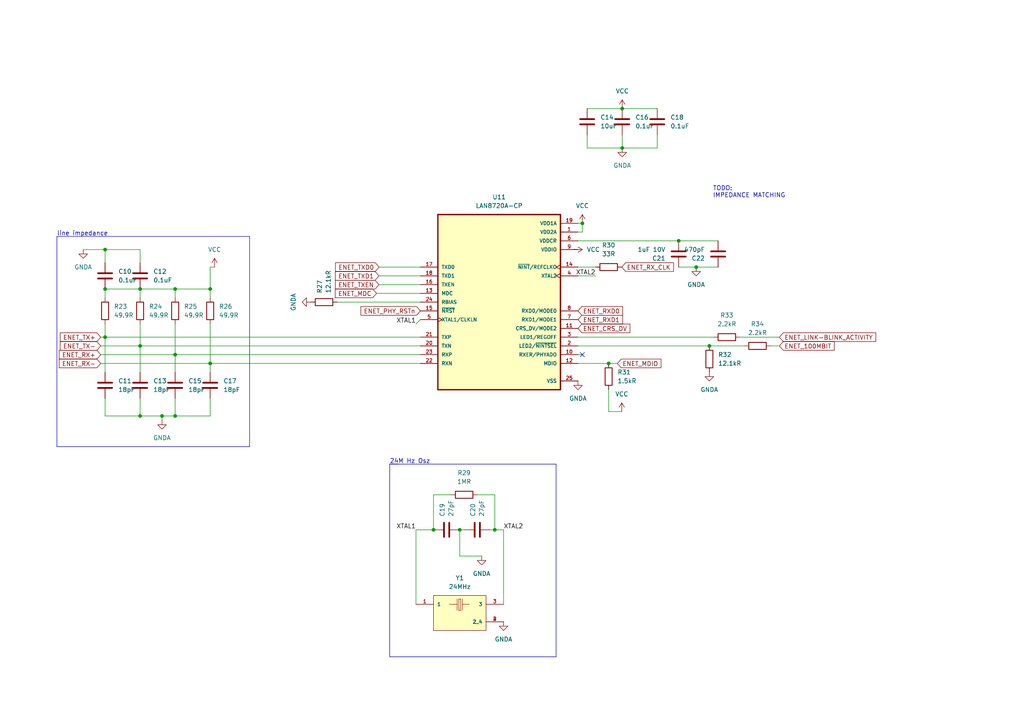
<source format=kicad_sch>
(kicad_sch (version 20230121) (generator eeschema)
  (paper "A4")
  (title_block (title "Ethernet PHY"))
  (lib_symbols
    (symbol "403C35D24M00000:403C35D24M00000" (pin_names (offset 1.016))
      (property "Reference" "Y" (at -7.62 5.08 0))
      (property "Value" "403C35D24M00000" (at -7.62 -7.62 0))
      (symbol "403C35D24M00000_0_0"
        (rectangle (start -7.62 -5.08) (end 7.62 5.08) (stroke (width 0.1524)) (fill (type background)))
        (polyline (pts (xy -0.762 2.54) (xy -3.048 2.54)) (stroke (width 0.127)))
        (polyline (pts (xy -0.762 2.54) (xy -0.762 0.762)) (stroke (width 0.127)))
        (polyline (pts (xy -0.762 4.064) (xy -0.762 2.54)) (stroke (width 0.127)))
        (polyline (pts (xy -0.254 0.762) (xy -0.254 4.064)) (stroke (width 0.127)))
        (polyline (pts (xy -0.254 4.064) (xy 0.254 4.064)) (stroke (width 0.127)))
        (polyline (pts (xy 0.254 0.762) (xy -0.254 0.762)) (stroke (width 0.127)))
        (polyline (pts (xy 0.254 4.064) (xy 0.254 0.762)) (stroke (width 0.127)))
        (polyline (pts (xy 0.762 2.54) (xy 0.762 0.762)) (stroke (width 0.127)))
        (polyline (pts (xy 0.762 2.54) (xy 2.794 2.54)) (stroke (width 0.127)))
        (polyline (pts (xy 0.762 4.064) (xy 0.762 2.54)) (stroke (width 0.127)))
        (pin passive line (at -12.7 2.54 0) (length 5.08) (name "1") (number "1"))
        (pin passive line (at 12.7 -2.54 180) (length 5.08) (name "2_4") (number "2"))
        (pin passive line (at 12.7 2.54 180) (length 5.08) (name "3") (number "3"))
        (pin passive line (at 12.7 -2.54 180) (length 5.08) (name "2_4") (number "4"))
      )
    )
    (symbol "Device:C" (pin_numbers hide) (pin_names (offset 0.254))
      (property "Reference" "C" (at 0.635 2.54 0))
      (property "Value" "C" (at 0.635 -2.54 0))
      (symbol "C_0_1"
        (polyline (pts (xy -2.032 -0.762) (xy 2.032 -0.762)) (stroke (width 0.508)))
        (polyline (pts (xy -2.032 0.762) (xy 2.032 0.762)) (stroke (width 0.508)))
      )
      (symbol "C_1_1"
        (pin passive line (at 0 3.81 270) (length 2.794) (name "~") (number "1"))
        (pin passive line (at 0 -3.81 90) (length 2.794) (name "~") (number "2"))
      )
    )
    (symbol "Device:R" (pin_numbers hide) (pin_names (offset 0))
      (property "Reference" "R" (at 2.032 0 90))
      (property "Value" "R" (at 0 0 90))
      (symbol "R_0_1"
        (rectangle (start -1.016 -2.54) (end 1.016 2.54) (stroke (width 0.254)))
      )
      (symbol "R_1_1"
        (pin passive line (at 0 3.81 270) (length 1.27) (name "~") (number "1"))
        (pin passive line (at 0 -3.81 90) (length 1.27) (name "~") (number "2"))
      )
    )
    (symbol "LAN8720A-CP:LAN8720A-CP" (pin_names (offset 1.016))
      (property "Reference" "U11" (at 0 30.48 0))
      (property "Value" "LAN8720A-CP" (at 0 27.94 0))
      (symbol "LAN8720A-CP_0_0"
        (rectangle (start -17.78 -25.4) (end 17.78 25.4) (stroke (width 0.4064)) (fill (type background)))
        (pin power_in line (at 22.86 20.32 180) (length 5.08) (name "VDD2A") (number "1"))
        (pin bidirectional line (at 22.86 -15.24 180) (length 5.08) (name "RXER/PHYADO") (number "10"))
        (pin bidirectional line (at 22.86 -7.62 180) (length 5.08) (name "CRS_DV/MODE2") (number "11"))
        (pin bidirectional line (at 22.86 -17.78 180) (length 5.08) (name "MDIO") (number "12"))
        (pin input line (at -22.86 2.54 0) (length 5.08) (name "MDC") (number "13"))
        (pin output clock (at 22.86 10.16 180) (length 5.08) (name "~{NINT}/REFCLKO") (number "14"))
        (pin input line (at -22.86 -2.54 0) (length 5.08) (name "~{NRST}") (number "15"))
        (pin input line (at -22.86 5.08 0) (length 5.08) (name "TXEN") (number "16"))
        (pin input line (at -22.86 10.16 0) (length 5.08) (name "TXD0") (number "17"))
        (pin input line (at -22.86 7.62 0) (length 5.08) (name "TXD1") (number "18"))
        (pin power_in line (at 22.86 22.86 180) (length 5.08) (name "VDD1A") (number "19"))
        (pin bidirectional line (at 22.86 -12.7 180) (length 5.08) (name "LED2/~{NINTSEL}") (number "2"))
        (pin bidirectional line (at -22.86 -12.7 0) (length 5.08) (name "TXN") (number "20"))
        (pin bidirectional line (at -22.86 -10.16 0) (length 5.08) (name "TXP") (number "21"))
        (pin bidirectional line (at -22.86 -17.78 0) (length 5.08) (name "RXN") (number "22"))
        (pin bidirectional line (at -22.86 -15.24 0) (length 5.08) (name "RXP") (number "23"))
        (pin input line (at -22.86 0 0) (length 5.08) (name "RBIAS") (number "24"))
        (pin power_in line (at 22.86 -22.86 180) (length 5.08) (name "VSS") (number "25"))
        (pin bidirectional line (at 22.86 -10.16 180) (length 5.08) (name "LED1/REGOFF") (number "3"))
        (pin output clock (at 22.86 7.62 180) (length 5.08) (name "XTAL2") (number "4"))
        (pin input clock (at -22.86 -5.08 0) (length 5.08) (name "XTAL1/CLKLN") (number "5"))
        (pin passive line (at 22.86 17.78 180) (length 5.08) (name "VDDCR") (number "6"))
        (pin bidirectional line (at 22.86 -5.08 180) (length 5.08) (name "RXD1/MODE1") (number "7"))
        (pin bidirectional line (at 22.86 -2.54 180) (length 5.08) (name "RXD0/MODE0") (number "8"))
        (pin power_in line (at 22.86 15.24 180) (length 5.08) (name "VDDIO") (number "9"))
      )
    )
    (symbol "power:GNDA" (power) (pin_names (offset 0))
      (property "Value" "GNDA" (at 0 -3.81 0))
      (symbol "GNDA_0_1"
        (polyline (pts (xy 0 0) (xy 0 -1.27) (xy 1.27 -1.27) (xy 0 -2.54) (xy -1.27 -1.27) (xy 0 -1.27)))
      )
      (symbol "GNDA_1_1"
        (pin power_in line (at 0 0 270) (length 0) hide (name "GNDA") (number "1"))
      )
    )
    (symbol "power:VCC" (power) (pin_names (offset 0))
      (property "Value" "VCC" (at 0 3.81 0))
      (symbol "VCC_0_1"
        (polyline (pts (xy -0.762 1.27) (xy 0 2.54)))
        (polyline (pts (xy 0 0) (xy 0 2.54)))
        (polyline (pts (xy 0 2.54) (xy 0.762 1.27)))
      )
      (symbol "VCC_1_1"
        (pin power_in line (at 0 0 90) (length 0) hide (name "VCC") (number "1"))
      )
    )
  )
  (junction (at 133.35 153.67))
  (junction (at 168.91 64.77))
  (junction (at 60.96 83.82))
  (junction (at 30.48 72.39))
  (junction (at 196.85 69.85))
  (junction (at 125.73 153.67))
  (junction (at 205.74 100.33))
  (junction (at 50.8 120.65))
  (junction (at 40.64 120.65))
  (junction (at 201.93 77.47))
  (junction (at 46.99 120.65))
  (junction (at 50.8 83.82))
  (junction (at 176.53 105.41))
  (junction (at 180.467 42.926))
  (junction (at 60.96 105.41))
  (junction (at 50.8 102.87))
  (junction (at 143.51 153.67))
  (junction (at 40.64 100.33))
  (junction (at 180.467 31.496))
  (junction (at 40.64 83.82))
  (junction (at 30.48 97.79))
  (junction (at 30.48 83.82))
  (no_connect (at 168.91 102.87))
  (wire (pts (xy 167.64 77.47) (xy 172.72 77.47)))
  (wire (pts (xy 143.51 153.67) (xy 142.24 153.67)))
  (wire (pts (xy 50.8 115.57) (xy 50.8 120.65)))
  (wire (pts (xy 60.96 83.82) (xy 60.96 77.47)))
  (wire (pts (xy 133.35 161.29) (xy 139.7 161.29)))
  (wire (pts (xy 180.34 119.38) (xy 176.53 119.38)))
  (wire (pts (xy 109.9581 77.4657) (xy 121.92 77.47)))
  (wire (pts (xy 121.92 102.87) (xy 50.8 102.87)))
  (wire (pts (xy 168.91 102.87) (xy 167.64 102.87)))
  (wire (pts (xy 60.96 77.47) (xy 62.23 77.47)))
  (wire (pts (xy 143.51 153.67) (xy 146.05 153.67)))
  (polyline (pts (xy 161.29 134.62) (xy 161.29 190.5)))
  (wire (pts (xy 121.92 100.33) (xy 40.64 100.33)))
  (wire (pts (xy 208.28 77.47) (xy 201.93 77.47)))
  (wire (pts (xy 30.48 120.65) (xy 40.64 120.65)))
  (wire (pts (xy 167.64 67.31) (xy 168.91 67.31)))
  (wire (pts (xy 60.96 83.82) (xy 50.8 83.82)))
  (wire (pts (xy 24.13 72.39) (xy 30.48 72.39)))
  (wire (pts (xy 50.8 102.87) (xy 50.8 107.95)))
  (wire (pts (xy 120.65 175.26) (xy 120.65 153.67)))
  (wire (pts (xy 214.63 97.79) (xy 226.06 97.79)))
  (wire (pts (xy 50.8 102.87) (xy 50.8 93.98)))
  (wire (pts (xy 223.52 100.33) (xy 226.06 100.33)))
  (wire (pts (xy 180.467 39.116) (xy 180.467 42.926)))
  (wire (pts (xy 30.48 97.79) (xy 30.48 107.95)))
  (wire (pts (xy 30.48 72.39) (xy 30.48 76.2)))
  (wire (pts (xy 40.64 72.39) (xy 40.64 76.2)))
  (wire (pts (xy 60.96 105.41) (xy 121.92 105.41)))
  (wire (pts (xy 170.307 42.926) (xy 170.307 39.116)))
  (wire (pts (xy 166.37 72.39) (xy 167.64 72.39)))
  (wire (pts (xy 167.64 69.85) (xy 196.85 69.85)))
  (polyline (pts (xy 72.39 129.54) (xy 72.39 68.58)))
  (wire (pts (xy 40.64 100.33) (xy 40.64 107.95)))
  (wire (pts (xy 167.64 105.41) (xy 176.53 105.41)))
  (wire (pts (xy 60.96 120.65) (xy 60.96 115.57)))
  (wire (pts (xy 176.53 113.03) (xy 176.53 119.38)))
  (wire (pts (xy 120.65 93.98) (xy 121.92 92.71)))
  (wire (pts (xy 60.96 93.98) (xy 60.96 105.41)))
  (wire (pts (xy 29.21 97.79) (xy 30.48 97.79)))
  (wire (pts (xy 109.9081 80.0162) (xy 121.92 80.01)))
  (wire (pts (xy 167.64 64.77) (xy 168.91 64.77)))
  (wire (pts (xy 146.05 175.26) (xy 146.05 153.67)))
  (wire (pts (xy 60.96 105.41) (xy 60.96 107.95)))
  (wire (pts (xy 40.64 83.82) (xy 30.48 83.82)))
  (wire (pts (xy 143.51 143.51) (xy 143.51 153.67)))
  (polyline (pts (xy 16.51 68.58) (xy 16.51 129.54)))
  (wire (pts (xy 180.467 31.496) (xy 190.627 31.496)))
  (wire (pts (xy 176.53 105.41) (xy 179.07 105.41)))
  (wire (pts (xy 120.65 153.67) (xy 125.73 153.67)))
  (polyline (pts (xy 113.03 134.62) (xy 115.57 134.62)))
  (wire (pts (xy 30.48 83.82) (xy 30.48 86.36)))
  (polyline (pts (xy 16.51 129.54) (xy 72.39 129.54)))
  (wire (pts (xy 40.64 115.57) (xy 40.64 120.65)))
  (wire (pts (xy 168.91 64.77) (xy 168.91 67.31)))
  (wire (pts (xy 30.48 93.98) (xy 30.48 97.79)))
  (wire (pts (xy 190.627 42.926) (xy 180.467 42.926)))
  (wire (pts (xy 60.96 86.36) (xy 60.96 83.82)))
  (wire (pts (xy 133.35 153.67) (xy 134.62 153.67)))
  (wire (pts (xy 190.627 39.116) (xy 190.627 42.926)))
  (wire (pts (xy 40.64 120.65) (xy 46.99 120.65)))
  (wire (pts (xy 205.74 100.33) (xy 215.9 100.33)))
  (wire (pts (xy 46.99 120.65) (xy 46.99 121.92)))
  (wire (pts (xy 109.9081 82.5668) (xy 121.92 82.55)))
  (wire (pts (xy 125.73 153.67) (xy 125.73 143.51)))
  (wire (pts (xy 29.21 102.87) (xy 50.8 102.87)))
  (wire (pts (xy 109.22 85.09) (xy 121.92 85.09)))
  (wire (pts (xy 30.48 72.39) (xy 40.64 72.39)))
  (polyline (pts (xy 16.51 68.58) (xy 72.39 68.58)))
  (wire (pts (xy 40.64 100.33) (xy 40.64 93.98)))
  (wire (pts (xy 167.64 100.33) (xy 205.74 100.33)))
  (wire (pts (xy 29.21 100.33) (xy 40.64 100.33)))
  (polyline (pts (xy 161.29 190.5) (xy 113.03 190.5)))
  (wire (pts (xy 50.8 83.82) (xy 50.8 86.36)))
  (wire (pts (xy 201.93 77.47) (xy 196.85 77.47)))
  (wire (pts (xy 138.43 143.51) (xy 143.51 143.51)))
  (wire (pts (xy 121.92 97.79) (xy 30.48 97.79)))
  (wire (pts (xy 170.307 31.496) (xy 180.467 31.496)))
  (wire (pts (xy 133.35 153.67) (xy 133.35 161.29)))
  (wire (pts (xy 50.8 120.65) (xy 60.96 120.65)))
  (wire (pts (xy 97.79 87.63) (xy 121.92 87.63)))
  (polyline (pts (xy 113.03 190.5) (xy 113.03 134.62)))
  (wire (pts (xy 125.73 143.51) (xy 130.81 143.51)))
  (wire (pts (xy 208.28 69.85) (xy 196.85 69.85)))
  (polyline (pts (xy 113.03 134.62) (xy 161.29 134.62)))
  (wire (pts (xy 40.64 83.82) (xy 40.64 86.36)))
  (wire (pts (xy 50.8 83.82) (xy 40.64 83.82)))
  (wire (pts (xy 180.467 42.926) (xy 170.307 42.926)))
  (wire (pts (xy 167.64 97.79) (xy 207.01 97.79)))
  (wire (pts (xy 46.99 120.65) (xy 50.8 120.65)))
  (wire (pts (xy 29.21 105.41) (xy 60.96 105.41)))
  (wire (pts (xy 167.64 80.01) (xy 172.72 80.01)))
  (wire (pts (xy 30.48 115.57) (xy 30.48 120.65)))
  (text "24M Hz Osz\n" (at 113.03 134.62 0) (effects (font (size 1.27 1.27)) (justify left bottom)))
  (text "TODO: \nIMPEDANCE MATCHING" (at 206.756 57.531 0) (effects (font (size 1.27 1.27)) (justify left bottom)))
  (text "line impedance\n" (at 16.51 68.58 0) (effects (font (size 1.27 1.27)) (justify left bottom)))
  (label "XTAL2" (at 172.72 80.01 180))
  (label "XTAL1" (at 120.65 153.67 180))
  (label "XTAL1" (at 120.65 93.98 180))
  (label "XTAL2" (at 146.05 153.67 0))
  (global_label "ENET_MDC" (shape input) (at 109.22 85.09 180) (property "Intersheetrefs" "${INTERSHEET_REFS}" (effects hide)))
  (global_label "ENET_LINK-BLINK_ACTIVITY" (shape input) (at 226.06 97.79 0) (property "Intersheetrefs" "${INTERSHEET_REFS}" (effects hide)))
  (global_label "ENET_CRS_DV" (shape input) (at 167.64 95.25 0) (property "Intersheetrefs" "${INTERSHEET_REFS}" (effects hide)))
  (global_label "ENET_RX_CLK" (shape input) (at 180.34 77.47 0) (property "Intersheetrefs" "${INTERSHEET_REFS}" (effects hide)))
  (global_label "ENET_RX+" (shape input) (at 29.21 102.87 180) (property "Intersheetrefs" "${INTERSHEET_REFS}" (effects hide)))
  (global_label "ENET_RXD1" (shape input) (at 167.64 92.71 0) (property "Intersheetrefs" "${INTERSHEET_REFS}" (effects hide)))
  (global_label "ENET_100MBIT" (shape input) (at 226.06 100.33 0) (property "Intersheetrefs" "${INTERSHEET_REFS}" (effects hide)))
  (global_label "ENET_TXEN" (shape input) (at 109.9081 82.5668 180) (property "Intersheetrefs" "${INTERSHEET_REFS}" (effects hide)))
  (global_label "ENET_PHY_RSTn" (shape input) (at 121.92 90.17 180) (property "Intersheetrefs" "${INTERSHEET_REFS}" (effects hide)))
  (global_label "ENET_TXD1" (shape input) (at 109.9081 80.0162 180) (property "Intersheetrefs" "${INTERSHEET_REFS}" (effects hide)))
  (global_label "ENET_TXD0" (shape input) (at 109.9581 77.4657 180) (property "Intersheetrefs" "${INTERSHEET_REFS}" (effects hide)))
  (global_label "ENET_RXD0" (shape input) (at 167.64 90.17 0) (property "Intersheetrefs" "${INTERSHEET_REFS}" (effects hide)))
  (global_label "ENET_MDIO" (shape input) (at 179.07 105.41 0) (property "Intersheetrefs" "${INTERSHEET_REFS}" (effects hide)))
  (global_label "ENET_TX-" (shape input) (at 29.21 100.33 180) (property "Intersheetrefs" "${INTERSHEET_REFS}" (effects hide)))
  (global_label "ENET_TX+" (shape input) (at 29.21 97.79 180) (property "Intersheetrefs" "${INTERSHEET_REFS}" (effects hide)))
  (global_label "ENET_RX-" (shape input) (at 29.21 105.41 180) (property "Intersheetrefs" "${INTERSHEET_REFS}" (effects hide)))
  (symbol (lib_id "power:GNDA") (at 146.05 180.34 0) (unit 1)
    (property "Reference" "#PWR0173" (effects hide))
    (property "Value" "GNDA" (at 146.05 185.42 0))
  )
  (symbol (lib_id "power:VCC") (at 180.34 119.38 0) (unit 1)
    (property "Reference" "#PWR0181" (effects hide))
    (property "Value" "VCC" (at 180.34 114.3 0))
  )
  (symbol (lib_id "Device:R") (at 210.82 97.79 90) (unit 1)
    (property "Reference" "R33" (at 210.82 91.44 90))
    (property "Value" "2.2kR" (at 210.82 93.98 90))
    (property "Footprint" "Resistor_SMD:R_0402_1005Metric" (effects hide))
  )
  (symbol (lib_id "Device:C") (at 138.43 153.67 90) (unit 1)
    (property "Reference" "C20" (at 137.1599 149.86 0) (effects (justify left)))
    (property "Value" "27pF" (at 139.6999 149.86 0) (effects (justify left)))
    (property "Footprint" "Resistor_SMD:R_0402_1005Metric" (effects hide))
  )
  (symbol (lib_id "LAN8720A-CP:LAN8720A-CP") (at 144.78 87.63 0) (unit 1)
    (property "Reference" "U11" (at 144.78 57.15 0))
    (property "Value" "LAN8720A-CP" (at 144.78 59.69 0))
    (property "Footprint" "LAN8720A-CP:QFN50P400X400X100-25N" (effects hide))
    (property "PARTREV" "B" (effects hide))
    (property "STANDARD" "IPC-7351B" (effects hide))
    (property "MANUFACTURER" "MICROCHIP" (effects hide))
  )
  (symbol (lib_id "Device:C") (at 30.48 111.76 0) (unit 1)
    (property "Reference" "C11" (at 34.29 110.4899 0) (effects (justify left)))
    (property "Value" "18pF" (at 34.29 113.0299 0) (effects (justify left)))
    (property "Footprint" "Resistor_SMD:R_0402_1005Metric" (effects hide))
  )
  (symbol (lib_id "power:GNDA") (at 167.64 110.49 0) (unit 1)
    (property "Reference" "#PWR0180" (effects hide))
    (property "Value" "GNDA" (at 167.64 115.57 0))
  )
  (symbol (lib_id "power:VCC") (at 168.91 64.77 0) (unit 1)
    (property "Reference" "#PWR0240" (effects hide))
    (property "Value" "VCC" (at 168.91 59.69 0))
  )
  (symbol (lib_id "Device:C") (at 40.64 111.76 0) (unit 1)
    (property "Reference" "C13" (at 44.45 110.4899 0) (effects (justify left)))
    (property "Value" "18pF" (at 44.45 113.0299 0) (effects (justify left)))
    (property "Footprint" "Resistor_SMD:R_0402_1005Metric" (effects hide))
  )
  (symbol (lib_id "power:GNDA") (at 180.467 42.926 0) (unit 1)
    (property "Reference" "#PWR0178" (effects hide))
    (property "Value" "GNDA" (at 180.467 48.006 0))
  )
  (symbol (lib_id "power:GNDA") (at 46.99 121.92 0) (unit 1)
    (property "Reference" "#PWR0175" (effects hide))
    (property "Value" "GNDA" (at 46.99 127 0))
  )
  (symbol (lib_id "power:GNDA") (at 24.13 72.39 0) (unit 1)
    (property "Reference" "#PWR0184" (effects hide))
    (property "Value" "GNDA" (at 24.13 77.47 0))
  )
  (symbol (lib_id "Device:C") (at 180.467 35.306 0) (unit 1)
    (property "Reference" "C16" (at 184.277 34.0359 0) (effects (justify left)))
    (property "Value" "0.1uF" (at 184.277 36.5759 0) (effects (justify left)))
    (property "Footprint" "Resistor_SMD:R_0402_1005Metric" (effects hide))
  )
  (symbol (lib_id "403C35D24M00000:403C35D24M00000") (at 133.35 177.8 0) (unit 1)
    (property "Reference" "Y1" (at 133.35 167.64 0))
    (property "Value" "24MHz" (at 133.35 170.18 0))
    (property "Footprint" "403C35D24M00000:OSCCC320X250X75" (effects hide))
    (property "STANDARD" "IPC-7351B" (effects hide))
    (property "MPN" "403C35D24M00000" (effects hide))
    (property "PRICE" "--" (effects hide))
    (property "DESCRIPTION" "Crystal 24MHz ±30ppm (Tol) ±50ppm (Stability) 18pF FUND 60Ohm 4-Pin SMD T/R" (effects hide))
    (property "PACKAGE" "SMD-4" (effects hide))
    (property "MF" "CTS-Frequency Controls" (effects hide))
    (property "AVAILABILITY" "In stock" (effects hide))
    (property "SNAPEDA_PACKAGE_ID" "19042" (effects hide))
  )
  (symbol (lib_id "Device:C") (at 208.28 73.66 180) (unit 1)
    (property "Reference" "C22" (at 204.47 74.9301 0) (effects (justify left)))
    (property "Value" "470pF" (at 204.47 72.3901 0) (effects (justify left)))
    (property "Footprint" "Resistor_SMD:R_0402_1005Metric" (effects hide))
  )
  (symbol (lib_id "Device:R") (at 40.64 90.17 0) (unit 1)
    (property "Reference" "R24" (at 43.18 88.8999 0) (effects (justify left)))
    (property "Value" "49.9R" (at 43.18 91.4399 0) (effects (justify left)))
    (property "Footprint" "Resistor_SMD:R_0402_1005Metric" (effects hide))
  )
  (symbol (lib_id "Device:R") (at 134.62 143.51 90) (unit 1)
    (property "Reference" "R29" (at 134.62 137.16 90))
    (property "Value" "1MR" (at 134.62 139.7 90))
    (property "Footprint" "Resistor_SMD:R_0402_1005Metric" (effects hide))
  )
  (symbol (lib_id "power:GNDA") (at 90.17 87.63 270) (unit 1)
    (property "Reference" "#PWR0176" (effects hide))
    (property "Value" "GNDA" (at 85.09 87.63 0))
  )
  (symbol (lib_id "Device:C") (at 40.64 80.01 0) (unit 1)
    (property "Reference" "C12" (at 44.45 78.7399 0) (effects (justify left)))
    (property "Value" "0.1uF" (at 44.45 81.2799 0) (effects (justify left)))
    (property "Footprint" "Resistor_SMD:R_0402_1005Metric" (effects hide))
  )
  (symbol (lib_id "Device:C") (at 129.54 153.67 90) (unit 1)
    (property "Reference" "C19" (at 128.2699 149.86 0) (effects (justify left)))
    (property "Value" "27pF" (at 130.8099 149.86 0) (effects (justify left)))
    (property "Footprint" "Resistor_SMD:R_0402_1005Metric" (effects hide))
  )
  (symbol (lib_id "Device:R") (at 205.74 104.14 0) (unit 1)
    (property "Reference" "R32" (at 208.28 102.8699 0) (effects (justify left)))
    (property "Value" "12.1kR" (at 208.28 105.4099 0) (effects (justify left)))
    (property "Footprint" "Resistor_SMD:R_0402_1005Metric" (effects hide))
  )
  (symbol (lib_id "Device:C") (at 196.85 73.66 180) (unit 1)
    (property "Reference" "C21" (at 193.04 74.9301 0) (effects (justify left)))
    (property "Value" "1uF 10V" (at 193.04 72.3901 0) (effects (justify left)))
    (property "Footprint" "Resistor_SMD:R_0402_1005Metric" (effects hide))
  )
  (symbol (lib_id "Device:R") (at 30.48 90.17 0) (unit 1)
    (property "Reference" "R23" (at 33.02 88.8999 0) (effects (justify left)))
    (property "Value" "49.9R" (at 33.02 91.4399 0) (effects (justify left)))
    (property "Footprint" "Resistor_SMD:R_0402_1005Metric" (effects hide))
  )
  (symbol (lib_id "Device:R") (at 60.96 90.17 0) (unit 1)
    (property "Reference" "R26" (at 63.5 88.8999 0) (effects (justify left)))
    (property "Value" "49.9R" (at 63.5 91.4399 0) (effects (justify left)))
    (property "Footprint" "Resistor_SMD:R_0402_1005Metric" (effects hide))
  )
  (symbol (lib_id "Device:C") (at 50.8 111.76 0) (unit 1)
    (property "Reference" "C15" (at 54.61 110.4899 0) (effects (justify left)))
    (property "Value" "18pF" (at 54.61 113.0299 0) (effects (justify left)))
    (property "Footprint" "Resistor_SMD:R_0402_1005Metric" (effects hide))
  )
  (symbol (lib_id "power:VCC") (at 180.467 31.496 0) (unit 1)
    (property "Reference" "#PWR0177" (effects hide))
    (property "Value" "VCC" (at 180.467 26.416 0))
  )
  (symbol (lib_id "power:GNDA") (at 205.74 107.95 0) (unit 1)
    (property "Reference" "#PWR0179" (effects hide))
    (property "Value" "GNDA" (at 205.74 113.03 0))
  )
  (symbol (lib_id "Device:R") (at 176.53 77.47 90) (unit 1)
    (property "Reference" "R30" (at 176.53 71.12 90))
    (property "Value" "33R" (at 176.53 73.66 90))
    (property "Footprint" "Resistor_SMD:R_0402_1005Metric" (effects hide))
  )
  (symbol (lib_id "power:VCC") (at 62.23 77.47 0) (unit 1)
    (property "Reference" "#PWR0249" (effects hide))
    (property "Value" "VCC" (at 62.23 72.39 0))
  )
  (symbol (lib_id "power:GNDA") (at 201.93 77.47 0) (unit 1)
    (property "Reference" "#PWR0183" (effects hide))
    (property "Value" "GNDA" (at 201.93 82.55 0))
  )
  (symbol (lib_id "power:VCC") (at 166.37 72.39 270) (unit 1)
    (property "Reference" "#PWR0182" (effects hide))
    (property "Value" "VCC" (at 170.18 72.3899 90) (effects (justify left)))
  )
  (symbol (lib_id "power:GNDA") (at 139.7 161.29 0) (unit 1)
    (property "Reference" "#PWR0174" (effects hide))
    (property "Value" "GNDA" (at 139.7 166.37 0))
  )
  (symbol (lib_id "Device:C") (at 170.307 35.306 0) (unit 1)
    (property "Reference" "C14" (at 174.117 34.0359 0) (effects (justify left)))
    (property "Value" "10uF" (at 174.117 36.5759 0) (effects (justify left)))
    (property "Footprint" "Resistor_SMD:R_0402_1005Metric" (effects hide))
  )
  (symbol (lib_id "Device:R") (at 176.53 109.22 0) (unit 1)
    (property "Reference" "R31" (at 179.07 107.9499 0) (effects (justify left)))
    (property "Value" "1.5kR" (at 179.07 110.4899 0) (effects (justify left)))
    (property "Footprint" "Resistor_SMD:R_0402_1005Metric" (effects hide))
  )
  (symbol (lib_id "Device:C") (at 30.48 80.01 0) (unit 1)
    (property "Reference" "C10" (at 34.29 78.7399 0) (effects (justify left)))
    (property "Value" "0.1uF" (at 34.29 81.2799 0) (effects (justify left)))
    (property "Footprint" "Resistor_SMD:R_0402_1005Metric" (effects hide))
  )
  (symbol (lib_id "Device:C") (at 190.627 35.306 0) (unit 1)
    (property "Reference" "C18" (at 194.437 34.0359 0) (effects (justify left)))
    (property "Value" "0.1uF" (at 194.437 36.5759 0) (effects (justify left)))
    (property "Footprint" "Resistor_SMD:R_0402_1005Metric" (effects hide))
  )
  (symbol (lib_id "Device:R") (at 219.71 100.33 90) (unit 1)
    (property "Reference" "R34" (at 219.71 93.98 90))
    (property "Value" "2.2kR" (at 219.71 96.52 90))
    (property "Footprint" "Resistor_SMD:R_0402_1005Metric" (effects hide))
  )
  (symbol (lib_id "Device:C") (at 60.96 111.76 0) (unit 1)
    (property "Reference" "C17" (at 64.77 110.4899 0) (effects (justify left)))
    (property "Value" "18pF" (at 64.77 113.0299 0) (effects (justify left)))
    (property "Footprint" "Resistor_SMD:R_0402_1005Metric" (effects hide))
  )
  (symbol (lib_id "Device:R") (at 50.8 90.17 0) (unit 1)
    (property "Reference" "R25" (at 53.34 88.8999 0) (effects (justify left)))
    (property "Value" "49.9R" (at 53.34 91.4399 0) (effects (justify left)))
    (property "Footprint" "Resistor_SMD:R_0402_1005Metric" (effects hide))
  )
  (symbol (lib_id "Device:R") (at 93.98 87.63 90) (unit 1)
    (property "Reference" "R27" (at 92.7099 85.09 0) (effects (justify left)))
    (property "Value" "12.1kR" (at 95.2499 85.09 0) (effects (justify left)))
    (property "Footprint" "Resistor_SMD:R_0402_1005Metric" (effects hide))
  )
)
</source>
